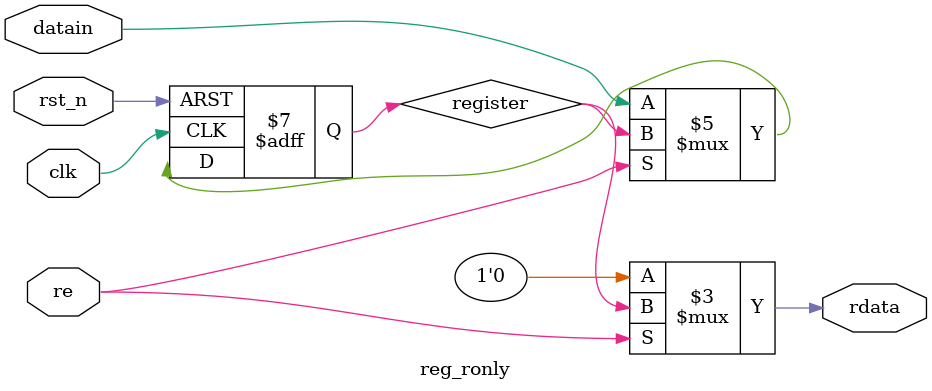
<source format=v>
/*
 * *****************************************************************
 * File: reg_ronly.v
 * Category: Common
 * File Created: 2019/01/26 16:45
 * Author: Masaru Aoki ( masaru.aoki.1972@gmail.com )
 * *****
 * Last Modified: 2019/01/27 07:27
 * Modified By: Masaru Aoki ( masaru.aoki.1972@gmail.com )
 * *****
 * Copyright 2018 - 2019  Project RockWave
 * *****************************************************************
 * Description:
 *   Read only Register
 *       Peripheral -> CORE
 * *****************************************************************
 * HISTORY:
 * Date      	By        	Comments
 * ----------	----------	----------------------------------------
 * 2019/01/26	Masaru Aoki	First Version
 * *****************************************************************
 */

module reg_ronly(
    input clk,                  // Global Clock
    input rst_n,                // Global Reset
    input [BW-1:0] datain,      // Write Data
    input            re,        // Read  Enable

    output [BW-1:0] rdata       // Read Data for BUS
);

    parameter BW = 1;            // BitWidth

    reg [BW-1:0] register;      // Register Block

    always @(posedge clk or negedge rst_n) begin
        if(~rst_n)
            register <= {BW{1'b0}};
        else if(re)
            register <= register;
        else
            register <= datain;
    end

    assign rdata = (re ? register : {BW{1'b0}});

endmodule   // reg_ronly
</source>
